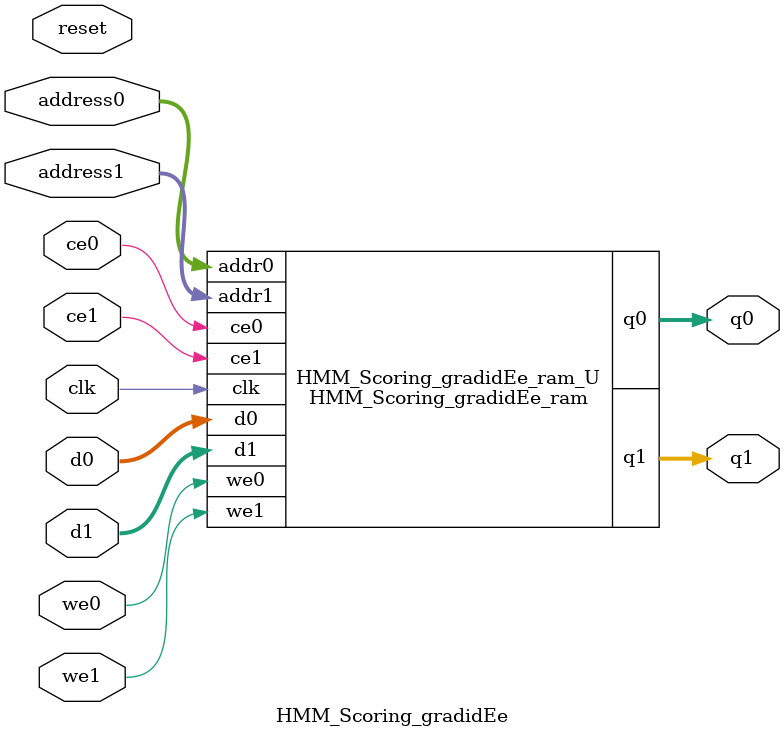
<source format=v>
`timescale 1 ns / 1 ps
module HMM_Scoring_gradidEe_ram (addr0, ce0, d0, we0, q0, addr1, ce1, d1, we1, q1,  clk);

parameter DWIDTH = 32;
parameter AWIDTH = 16;
parameter MEM_SIZE = 40000;

input[AWIDTH-1:0] addr0;
input ce0;
input[DWIDTH-1:0] d0;
input we0;
output reg[DWIDTH-1:0] q0;
input[AWIDTH-1:0] addr1;
input ce1;
input[DWIDTH-1:0] d1;
input we1;
output reg[DWIDTH-1:0] q1;
input clk;

(* ram_style = "block" *)reg [DWIDTH-1:0] ram[0:MEM_SIZE-1];




always @(posedge clk)  
begin 
    if (ce0) 
    begin
        if (we0) 
        begin 
            ram[addr0] <= d0; 
        end 
        q0 <= ram[addr0];
    end
end


always @(posedge clk)  
begin 
    if (ce1) 
    begin
        if (we1) 
        begin 
            ram[addr1] <= d1; 
        end 
        q1 <= ram[addr1];
    end
end


endmodule

`timescale 1 ns / 1 ps
module HMM_Scoring_gradidEe(
    reset,
    clk,
    address0,
    ce0,
    we0,
    d0,
    q0,
    address1,
    ce1,
    we1,
    d1,
    q1);

parameter DataWidth = 32'd32;
parameter AddressRange = 32'd40000;
parameter AddressWidth = 32'd16;
input reset;
input clk;
input[AddressWidth - 1:0] address0;
input ce0;
input we0;
input[DataWidth - 1:0] d0;
output[DataWidth - 1:0] q0;
input[AddressWidth - 1:0] address1;
input ce1;
input we1;
input[DataWidth - 1:0] d1;
output[DataWidth - 1:0] q1;



HMM_Scoring_gradidEe_ram HMM_Scoring_gradidEe_ram_U(
    .clk( clk ),
    .addr0( address0 ),
    .ce0( ce0 ),
    .we0( we0 ),
    .d0( d0 ),
    .q0( q0 ),
    .addr1( address1 ),
    .ce1( ce1 ),
    .we1( we1 ),
    .d1( d1 ),
    .q1( q1 ));

endmodule


</source>
